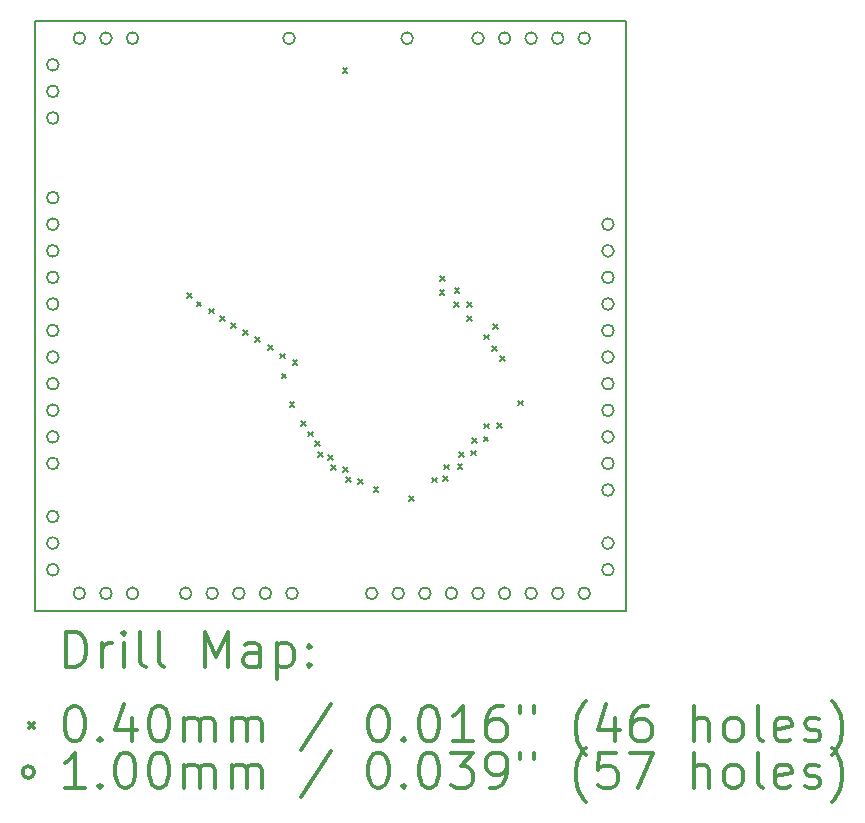
<source format=gbr>
%FSLAX45Y45*%
G04 Gerber Fmt 4.5, Leading zero omitted, Abs format (unit mm)*
G04 Created by KiCad (PCBNEW 4.0.1-stable) date Wednesday, September 21, 2016 'PMt' 10:39:58 PM*
%MOMM*%
G01*
G04 APERTURE LIST*
%ADD10C,0.127000*%
%ADD11C,0.150000*%
%ADD12C,0.200000*%
%ADD13C,0.300000*%
G04 APERTURE END LIST*
D10*
D11*
X15000000Y-4500000D02*
X10000000Y-4500000D01*
X15000000Y-9500000D02*
X15000000Y-4500000D01*
X10000000Y-9500000D02*
X15000000Y-9500000D01*
X10000000Y-4500000D02*
X10000000Y-9500000D01*
D12*
X11285000Y-6805315D02*
X11325000Y-6845315D01*
X11325000Y-6805315D02*
X11285000Y-6845315D01*
X11367500Y-6880000D02*
X11407500Y-6920000D01*
X11407500Y-6880000D02*
X11367500Y-6920000D01*
X11472500Y-6940000D02*
X11512500Y-6980000D01*
X11512500Y-6940000D02*
X11472500Y-6980000D01*
X11570000Y-7000000D02*
X11610000Y-7040000D01*
X11610000Y-7000000D02*
X11570000Y-7040000D01*
X11660000Y-7060000D02*
X11700000Y-7100000D01*
X11700000Y-7060000D02*
X11660000Y-7100000D01*
X11762500Y-7120000D02*
X11802500Y-7160000D01*
X11802500Y-7120000D02*
X11762500Y-7160000D01*
X11865000Y-7180000D02*
X11905000Y-7220000D01*
X11905000Y-7180000D02*
X11865000Y-7220000D01*
X11975000Y-7250000D02*
X12015000Y-7290000D01*
X12015000Y-7250000D02*
X11975000Y-7290000D01*
X12077500Y-7319551D02*
X12117500Y-7359551D01*
X12117500Y-7319551D02*
X12077500Y-7359551D01*
X12087500Y-7490000D02*
X12127500Y-7530000D01*
X12127500Y-7490000D02*
X12087500Y-7530000D01*
X12155000Y-7733208D02*
X12195000Y-7773208D01*
X12195000Y-7733208D02*
X12155000Y-7773208D01*
X12180000Y-7376119D02*
X12220000Y-7416119D01*
X12220000Y-7376119D02*
X12180000Y-7416119D01*
X12255000Y-7890000D02*
X12295000Y-7930000D01*
X12295000Y-7890000D02*
X12255000Y-7930000D01*
X12315000Y-7980000D02*
X12355000Y-8020000D01*
X12355000Y-7980000D02*
X12315000Y-8020000D01*
X12372500Y-8062226D02*
X12412500Y-8102226D01*
X12412500Y-8062226D02*
X12372500Y-8102226D01*
X12395000Y-8152500D02*
X12435000Y-8192500D01*
X12435000Y-8152500D02*
X12395000Y-8192500D01*
X12482500Y-8177500D02*
X12522500Y-8217500D01*
X12522500Y-8177500D02*
X12482500Y-8217500D01*
X12506637Y-8267500D02*
X12546637Y-8307500D01*
X12546637Y-8267500D02*
X12506637Y-8307500D01*
X12605000Y-4905000D02*
X12645000Y-4945000D01*
X12645000Y-4905000D02*
X12605000Y-4945000D01*
X12605000Y-4905000D02*
X12645000Y-4945000D01*
X12645000Y-4905000D02*
X12605000Y-4945000D01*
X12607500Y-8279774D02*
X12647500Y-8319774D01*
X12647500Y-8279774D02*
X12607500Y-8319774D01*
X12632911Y-8367500D02*
X12672911Y-8407500D01*
X12672911Y-8367500D02*
X12632911Y-8407500D01*
X12732500Y-8380048D02*
X12772500Y-8420048D01*
X12772500Y-8380048D02*
X12732500Y-8420048D01*
X12867500Y-8452500D02*
X12907500Y-8492500D01*
X12907500Y-8452500D02*
X12867500Y-8492500D01*
X13167208Y-8525000D02*
X13207208Y-8565000D01*
X13207208Y-8525000D02*
X13167208Y-8565000D01*
X13360000Y-8370000D02*
X13400000Y-8410000D01*
X13400000Y-8370000D02*
X13360000Y-8410000D01*
X13424952Y-6782500D02*
X13464952Y-6822500D01*
X13464952Y-6782500D02*
X13424952Y-6822500D01*
X13429315Y-6665000D02*
X13469315Y-6705000D01*
X13469315Y-6665000D02*
X13429315Y-6705000D01*
X13452416Y-8360000D02*
X13492416Y-8400000D01*
X13492416Y-8360000D02*
X13452416Y-8400000D01*
X13465553Y-8260000D02*
X13505553Y-8300000D01*
X13505553Y-8260000D02*
X13465553Y-8300000D01*
X13547500Y-6886226D02*
X13587500Y-6926226D01*
X13587500Y-6886226D02*
X13547500Y-6926226D01*
X13553089Y-6767500D02*
X13593089Y-6807500D01*
X13593089Y-6767500D02*
X13553089Y-6807500D01*
X13577500Y-8256637D02*
X13617500Y-8296637D01*
X13617500Y-8256637D02*
X13577500Y-8296637D01*
X13589000Y-8155000D02*
X13629000Y-8195000D01*
X13629000Y-8155000D02*
X13589000Y-8195000D01*
X13657500Y-7002500D02*
X13697500Y-7042500D01*
X13697500Y-7002500D02*
X13657500Y-7042500D01*
X13660000Y-6886863D02*
X13700000Y-6926863D01*
X13700000Y-6886863D02*
X13660000Y-6926863D01*
X13689637Y-8142500D02*
X13729637Y-8182500D01*
X13729637Y-8142500D02*
X13689637Y-8182500D01*
X13697774Y-8037500D02*
X13737774Y-8077500D01*
X13737774Y-8037500D02*
X13697774Y-8077500D01*
X13797500Y-8024089D02*
X13837500Y-8064089D01*
X13837500Y-8024089D02*
X13797500Y-8064089D01*
X13800000Y-7160000D02*
X13840000Y-7200000D01*
X13840000Y-7160000D02*
X13800000Y-7200000D01*
X13800000Y-7913452D02*
X13840000Y-7953452D01*
X13840000Y-7913452D02*
X13800000Y-7953452D01*
X13867500Y-7260000D02*
X13907500Y-7300000D01*
X13907500Y-7260000D02*
X13867500Y-7300000D01*
X13880000Y-7070000D02*
X13920000Y-7110000D01*
X13920000Y-7070000D02*
X13880000Y-7110000D01*
X13909685Y-7910000D02*
X13949685Y-7950000D01*
X13949685Y-7910000D02*
X13909685Y-7950000D01*
X13940000Y-7340000D02*
X13980000Y-7380000D01*
X13980000Y-7340000D02*
X13940000Y-7380000D01*
X14092500Y-7717500D02*
X14132500Y-7757500D01*
X14132500Y-7717500D02*
X14092500Y-7757500D01*
X10200000Y-4875000D02*
G75*
G03X10200000Y-4875000I-50000J0D01*
G01*
X10200000Y-5100000D02*
G75*
G03X10200000Y-5100000I-50000J0D01*
G01*
X10200000Y-5325000D02*
G75*
G03X10200000Y-5325000I-50000J0D01*
G01*
X10200000Y-6000000D02*
G75*
G03X10200000Y-6000000I-50000J0D01*
G01*
X10200000Y-6225000D02*
G75*
G03X10200000Y-6225000I-50000J0D01*
G01*
X10200000Y-6450000D02*
G75*
G03X10200000Y-6450000I-50000J0D01*
G01*
X10200000Y-6675000D02*
G75*
G03X10200000Y-6675000I-50000J0D01*
G01*
X10200000Y-6900000D02*
G75*
G03X10200000Y-6900000I-50000J0D01*
G01*
X10200000Y-7125000D02*
G75*
G03X10200000Y-7125000I-50000J0D01*
G01*
X10200000Y-7350000D02*
G75*
G03X10200000Y-7350000I-50000J0D01*
G01*
X10200000Y-7575000D02*
G75*
G03X10200000Y-7575000I-50000J0D01*
G01*
X10200000Y-7800000D02*
G75*
G03X10200000Y-7800000I-50000J0D01*
G01*
X10200000Y-8025000D02*
G75*
G03X10200000Y-8025000I-50000J0D01*
G01*
X10200000Y-8250000D02*
G75*
G03X10200000Y-8250000I-50000J0D01*
G01*
X10200000Y-8700000D02*
G75*
G03X10200000Y-8700000I-50000J0D01*
G01*
X10200000Y-8925000D02*
G75*
G03X10200000Y-8925000I-50000J0D01*
G01*
X10200000Y-9150000D02*
G75*
G03X10200000Y-9150000I-50000J0D01*
G01*
X10425000Y-4650000D02*
G75*
G03X10425000Y-4650000I-50000J0D01*
G01*
X10425000Y-9350000D02*
G75*
G03X10425000Y-9350000I-50000J0D01*
G01*
X10650000Y-4650000D02*
G75*
G03X10650000Y-4650000I-50000J0D01*
G01*
X10650000Y-9350000D02*
G75*
G03X10650000Y-9350000I-50000J0D01*
G01*
X10875000Y-4650000D02*
G75*
G03X10875000Y-4650000I-50000J0D01*
G01*
X10875000Y-9350000D02*
G75*
G03X10875000Y-9350000I-50000J0D01*
G01*
X11325000Y-9350000D02*
G75*
G03X11325000Y-9350000I-50000J0D01*
G01*
X11550000Y-9350000D02*
G75*
G03X11550000Y-9350000I-50000J0D01*
G01*
X11775000Y-9350000D02*
G75*
G03X11775000Y-9350000I-50000J0D01*
G01*
X12000000Y-9350000D02*
G75*
G03X12000000Y-9350000I-50000J0D01*
G01*
X12200000Y-4650000D02*
G75*
G03X12200000Y-4650000I-50000J0D01*
G01*
X12225000Y-9350000D02*
G75*
G03X12225000Y-9350000I-50000J0D01*
G01*
X12900000Y-9350000D02*
G75*
G03X12900000Y-9350000I-50000J0D01*
G01*
X13125000Y-9350000D02*
G75*
G03X13125000Y-9350000I-50000J0D01*
G01*
X13200000Y-4650000D02*
G75*
G03X13200000Y-4650000I-50000J0D01*
G01*
X13350000Y-9350000D02*
G75*
G03X13350000Y-9350000I-50000J0D01*
G01*
X13575000Y-9350000D02*
G75*
G03X13575000Y-9350000I-50000J0D01*
G01*
X13800000Y-4650000D02*
G75*
G03X13800000Y-4650000I-50000J0D01*
G01*
X13800000Y-9350000D02*
G75*
G03X13800000Y-9350000I-50000J0D01*
G01*
X14025000Y-4650000D02*
G75*
G03X14025000Y-4650000I-50000J0D01*
G01*
X14025000Y-9350000D02*
G75*
G03X14025000Y-9350000I-50000J0D01*
G01*
X14250000Y-4650000D02*
G75*
G03X14250000Y-4650000I-50000J0D01*
G01*
X14250000Y-9350000D02*
G75*
G03X14250000Y-9350000I-50000J0D01*
G01*
X14475000Y-4650000D02*
G75*
G03X14475000Y-4650000I-50000J0D01*
G01*
X14475000Y-9350000D02*
G75*
G03X14475000Y-9350000I-50000J0D01*
G01*
X14700000Y-4650000D02*
G75*
G03X14700000Y-4650000I-50000J0D01*
G01*
X14700000Y-9350000D02*
G75*
G03X14700000Y-9350000I-50000J0D01*
G01*
X14900000Y-6225000D02*
G75*
G03X14900000Y-6225000I-50000J0D01*
G01*
X14900000Y-6450000D02*
G75*
G03X14900000Y-6450000I-50000J0D01*
G01*
X14900000Y-6675000D02*
G75*
G03X14900000Y-6675000I-50000J0D01*
G01*
X14900000Y-6900000D02*
G75*
G03X14900000Y-6900000I-50000J0D01*
G01*
X14900000Y-7125000D02*
G75*
G03X14900000Y-7125000I-50000J0D01*
G01*
X14900000Y-7350000D02*
G75*
G03X14900000Y-7350000I-50000J0D01*
G01*
X14900000Y-7575000D02*
G75*
G03X14900000Y-7575000I-50000J0D01*
G01*
X14900000Y-7800000D02*
G75*
G03X14900000Y-7800000I-50000J0D01*
G01*
X14900000Y-8025000D02*
G75*
G03X14900000Y-8025000I-50000J0D01*
G01*
X14900000Y-8250000D02*
G75*
G03X14900000Y-8250000I-50000J0D01*
G01*
X14900000Y-8475000D02*
G75*
G03X14900000Y-8475000I-50000J0D01*
G01*
X14900000Y-8925000D02*
G75*
G03X14900000Y-8925000I-50000J0D01*
G01*
X14900000Y-9150000D02*
G75*
G03X14900000Y-9150000I-50000J0D01*
G01*
D13*
X10263929Y-9973214D02*
X10263929Y-9673214D01*
X10335357Y-9673214D01*
X10378214Y-9687500D01*
X10406786Y-9716072D01*
X10421071Y-9744643D01*
X10435357Y-9801786D01*
X10435357Y-9844643D01*
X10421071Y-9901786D01*
X10406786Y-9930357D01*
X10378214Y-9958929D01*
X10335357Y-9973214D01*
X10263929Y-9973214D01*
X10563929Y-9973214D02*
X10563929Y-9773214D01*
X10563929Y-9830357D02*
X10578214Y-9801786D01*
X10592500Y-9787500D01*
X10621071Y-9773214D01*
X10649643Y-9773214D01*
X10749643Y-9973214D02*
X10749643Y-9773214D01*
X10749643Y-9673214D02*
X10735357Y-9687500D01*
X10749643Y-9701786D01*
X10763929Y-9687500D01*
X10749643Y-9673214D01*
X10749643Y-9701786D01*
X10935357Y-9973214D02*
X10906786Y-9958929D01*
X10892500Y-9930357D01*
X10892500Y-9673214D01*
X11092500Y-9973214D02*
X11063929Y-9958929D01*
X11049643Y-9930357D01*
X11049643Y-9673214D01*
X11435357Y-9973214D02*
X11435357Y-9673214D01*
X11535357Y-9887500D01*
X11635357Y-9673214D01*
X11635357Y-9973214D01*
X11906786Y-9973214D02*
X11906786Y-9816072D01*
X11892500Y-9787500D01*
X11863928Y-9773214D01*
X11806786Y-9773214D01*
X11778214Y-9787500D01*
X11906786Y-9958929D02*
X11878214Y-9973214D01*
X11806786Y-9973214D01*
X11778214Y-9958929D01*
X11763928Y-9930357D01*
X11763928Y-9901786D01*
X11778214Y-9873214D01*
X11806786Y-9858929D01*
X11878214Y-9858929D01*
X11906786Y-9844643D01*
X12049643Y-9773214D02*
X12049643Y-10073214D01*
X12049643Y-9787500D02*
X12078214Y-9773214D01*
X12135357Y-9773214D01*
X12163928Y-9787500D01*
X12178214Y-9801786D01*
X12192500Y-9830357D01*
X12192500Y-9916072D01*
X12178214Y-9944643D01*
X12163928Y-9958929D01*
X12135357Y-9973214D01*
X12078214Y-9973214D01*
X12049643Y-9958929D01*
X12321071Y-9944643D02*
X12335357Y-9958929D01*
X12321071Y-9973214D01*
X12306786Y-9958929D01*
X12321071Y-9944643D01*
X12321071Y-9973214D01*
X12321071Y-9787500D02*
X12335357Y-9801786D01*
X12321071Y-9816072D01*
X12306786Y-9801786D01*
X12321071Y-9787500D01*
X12321071Y-9816072D01*
X9952500Y-10447500D02*
X9992500Y-10487500D01*
X9992500Y-10447500D02*
X9952500Y-10487500D01*
X10321071Y-10303214D02*
X10349643Y-10303214D01*
X10378214Y-10317500D01*
X10392500Y-10331786D01*
X10406786Y-10360357D01*
X10421071Y-10417500D01*
X10421071Y-10488929D01*
X10406786Y-10546072D01*
X10392500Y-10574643D01*
X10378214Y-10588929D01*
X10349643Y-10603214D01*
X10321071Y-10603214D01*
X10292500Y-10588929D01*
X10278214Y-10574643D01*
X10263929Y-10546072D01*
X10249643Y-10488929D01*
X10249643Y-10417500D01*
X10263929Y-10360357D01*
X10278214Y-10331786D01*
X10292500Y-10317500D01*
X10321071Y-10303214D01*
X10549643Y-10574643D02*
X10563929Y-10588929D01*
X10549643Y-10603214D01*
X10535357Y-10588929D01*
X10549643Y-10574643D01*
X10549643Y-10603214D01*
X10821071Y-10403214D02*
X10821071Y-10603214D01*
X10749643Y-10288929D02*
X10678214Y-10503214D01*
X10863928Y-10503214D01*
X11035357Y-10303214D02*
X11063929Y-10303214D01*
X11092500Y-10317500D01*
X11106786Y-10331786D01*
X11121071Y-10360357D01*
X11135357Y-10417500D01*
X11135357Y-10488929D01*
X11121071Y-10546072D01*
X11106786Y-10574643D01*
X11092500Y-10588929D01*
X11063929Y-10603214D01*
X11035357Y-10603214D01*
X11006786Y-10588929D01*
X10992500Y-10574643D01*
X10978214Y-10546072D01*
X10963929Y-10488929D01*
X10963929Y-10417500D01*
X10978214Y-10360357D01*
X10992500Y-10331786D01*
X11006786Y-10317500D01*
X11035357Y-10303214D01*
X11263928Y-10603214D02*
X11263928Y-10403214D01*
X11263928Y-10431786D02*
X11278214Y-10417500D01*
X11306786Y-10403214D01*
X11349643Y-10403214D01*
X11378214Y-10417500D01*
X11392500Y-10446072D01*
X11392500Y-10603214D01*
X11392500Y-10446072D02*
X11406786Y-10417500D01*
X11435357Y-10403214D01*
X11478214Y-10403214D01*
X11506786Y-10417500D01*
X11521071Y-10446072D01*
X11521071Y-10603214D01*
X11663928Y-10603214D02*
X11663928Y-10403214D01*
X11663928Y-10431786D02*
X11678214Y-10417500D01*
X11706786Y-10403214D01*
X11749643Y-10403214D01*
X11778214Y-10417500D01*
X11792500Y-10446072D01*
X11792500Y-10603214D01*
X11792500Y-10446072D02*
X11806786Y-10417500D01*
X11835357Y-10403214D01*
X11878214Y-10403214D01*
X11906786Y-10417500D01*
X11921071Y-10446072D01*
X11921071Y-10603214D01*
X12506786Y-10288929D02*
X12249643Y-10674643D01*
X12892500Y-10303214D02*
X12921071Y-10303214D01*
X12949643Y-10317500D01*
X12963928Y-10331786D01*
X12978214Y-10360357D01*
X12992500Y-10417500D01*
X12992500Y-10488929D01*
X12978214Y-10546072D01*
X12963928Y-10574643D01*
X12949643Y-10588929D01*
X12921071Y-10603214D01*
X12892500Y-10603214D01*
X12863928Y-10588929D01*
X12849643Y-10574643D01*
X12835357Y-10546072D01*
X12821071Y-10488929D01*
X12821071Y-10417500D01*
X12835357Y-10360357D01*
X12849643Y-10331786D01*
X12863928Y-10317500D01*
X12892500Y-10303214D01*
X13121071Y-10574643D02*
X13135357Y-10588929D01*
X13121071Y-10603214D01*
X13106786Y-10588929D01*
X13121071Y-10574643D01*
X13121071Y-10603214D01*
X13321071Y-10303214D02*
X13349643Y-10303214D01*
X13378214Y-10317500D01*
X13392500Y-10331786D01*
X13406785Y-10360357D01*
X13421071Y-10417500D01*
X13421071Y-10488929D01*
X13406785Y-10546072D01*
X13392500Y-10574643D01*
X13378214Y-10588929D01*
X13349643Y-10603214D01*
X13321071Y-10603214D01*
X13292500Y-10588929D01*
X13278214Y-10574643D01*
X13263928Y-10546072D01*
X13249643Y-10488929D01*
X13249643Y-10417500D01*
X13263928Y-10360357D01*
X13278214Y-10331786D01*
X13292500Y-10317500D01*
X13321071Y-10303214D01*
X13706785Y-10603214D02*
X13535357Y-10603214D01*
X13621071Y-10603214D02*
X13621071Y-10303214D01*
X13592500Y-10346072D01*
X13563928Y-10374643D01*
X13535357Y-10388929D01*
X13963928Y-10303214D02*
X13906785Y-10303214D01*
X13878214Y-10317500D01*
X13863928Y-10331786D01*
X13835357Y-10374643D01*
X13821071Y-10431786D01*
X13821071Y-10546072D01*
X13835357Y-10574643D01*
X13849643Y-10588929D01*
X13878214Y-10603214D01*
X13935357Y-10603214D01*
X13963928Y-10588929D01*
X13978214Y-10574643D01*
X13992500Y-10546072D01*
X13992500Y-10474643D01*
X13978214Y-10446072D01*
X13963928Y-10431786D01*
X13935357Y-10417500D01*
X13878214Y-10417500D01*
X13849643Y-10431786D01*
X13835357Y-10446072D01*
X13821071Y-10474643D01*
X14106786Y-10303214D02*
X14106786Y-10360357D01*
X14221071Y-10303214D02*
X14221071Y-10360357D01*
X14663928Y-10717500D02*
X14649643Y-10703214D01*
X14621071Y-10660357D01*
X14606785Y-10631786D01*
X14592500Y-10588929D01*
X14578214Y-10517500D01*
X14578214Y-10460357D01*
X14592500Y-10388929D01*
X14606785Y-10346072D01*
X14621071Y-10317500D01*
X14649643Y-10274643D01*
X14663928Y-10260357D01*
X14906785Y-10403214D02*
X14906785Y-10603214D01*
X14835357Y-10288929D02*
X14763928Y-10503214D01*
X14949643Y-10503214D01*
X15192500Y-10303214D02*
X15135357Y-10303214D01*
X15106785Y-10317500D01*
X15092500Y-10331786D01*
X15063928Y-10374643D01*
X15049643Y-10431786D01*
X15049643Y-10546072D01*
X15063928Y-10574643D01*
X15078214Y-10588929D01*
X15106785Y-10603214D01*
X15163928Y-10603214D01*
X15192500Y-10588929D01*
X15206785Y-10574643D01*
X15221071Y-10546072D01*
X15221071Y-10474643D01*
X15206785Y-10446072D01*
X15192500Y-10431786D01*
X15163928Y-10417500D01*
X15106785Y-10417500D01*
X15078214Y-10431786D01*
X15063928Y-10446072D01*
X15049643Y-10474643D01*
X15578214Y-10603214D02*
X15578214Y-10303214D01*
X15706785Y-10603214D02*
X15706785Y-10446072D01*
X15692500Y-10417500D01*
X15663928Y-10403214D01*
X15621071Y-10403214D01*
X15592500Y-10417500D01*
X15578214Y-10431786D01*
X15892500Y-10603214D02*
X15863928Y-10588929D01*
X15849643Y-10574643D01*
X15835357Y-10546072D01*
X15835357Y-10460357D01*
X15849643Y-10431786D01*
X15863928Y-10417500D01*
X15892500Y-10403214D01*
X15935357Y-10403214D01*
X15963928Y-10417500D01*
X15978214Y-10431786D01*
X15992500Y-10460357D01*
X15992500Y-10546072D01*
X15978214Y-10574643D01*
X15963928Y-10588929D01*
X15935357Y-10603214D01*
X15892500Y-10603214D01*
X16163928Y-10603214D02*
X16135357Y-10588929D01*
X16121071Y-10560357D01*
X16121071Y-10303214D01*
X16392500Y-10588929D02*
X16363928Y-10603214D01*
X16306786Y-10603214D01*
X16278214Y-10588929D01*
X16263928Y-10560357D01*
X16263928Y-10446072D01*
X16278214Y-10417500D01*
X16306786Y-10403214D01*
X16363928Y-10403214D01*
X16392500Y-10417500D01*
X16406786Y-10446072D01*
X16406786Y-10474643D01*
X16263928Y-10503214D01*
X16521071Y-10588929D02*
X16549643Y-10603214D01*
X16606786Y-10603214D01*
X16635357Y-10588929D01*
X16649643Y-10560357D01*
X16649643Y-10546072D01*
X16635357Y-10517500D01*
X16606786Y-10503214D01*
X16563928Y-10503214D01*
X16535357Y-10488929D01*
X16521071Y-10460357D01*
X16521071Y-10446072D01*
X16535357Y-10417500D01*
X16563928Y-10403214D01*
X16606786Y-10403214D01*
X16635357Y-10417500D01*
X16749643Y-10717500D02*
X16763928Y-10703214D01*
X16792500Y-10660357D01*
X16806786Y-10631786D01*
X16821071Y-10588929D01*
X16835357Y-10517500D01*
X16835357Y-10460357D01*
X16821071Y-10388929D01*
X16806786Y-10346072D01*
X16792500Y-10317500D01*
X16763928Y-10274643D01*
X16749643Y-10260357D01*
X9992500Y-10863500D02*
G75*
G03X9992500Y-10863500I-50000J0D01*
G01*
X10421071Y-10999214D02*
X10249643Y-10999214D01*
X10335357Y-10999214D02*
X10335357Y-10699214D01*
X10306786Y-10742072D01*
X10278214Y-10770643D01*
X10249643Y-10784929D01*
X10549643Y-10970643D02*
X10563929Y-10984929D01*
X10549643Y-10999214D01*
X10535357Y-10984929D01*
X10549643Y-10970643D01*
X10549643Y-10999214D01*
X10749643Y-10699214D02*
X10778214Y-10699214D01*
X10806786Y-10713500D01*
X10821071Y-10727786D01*
X10835357Y-10756357D01*
X10849643Y-10813500D01*
X10849643Y-10884929D01*
X10835357Y-10942072D01*
X10821071Y-10970643D01*
X10806786Y-10984929D01*
X10778214Y-10999214D01*
X10749643Y-10999214D01*
X10721071Y-10984929D01*
X10706786Y-10970643D01*
X10692500Y-10942072D01*
X10678214Y-10884929D01*
X10678214Y-10813500D01*
X10692500Y-10756357D01*
X10706786Y-10727786D01*
X10721071Y-10713500D01*
X10749643Y-10699214D01*
X11035357Y-10699214D02*
X11063929Y-10699214D01*
X11092500Y-10713500D01*
X11106786Y-10727786D01*
X11121071Y-10756357D01*
X11135357Y-10813500D01*
X11135357Y-10884929D01*
X11121071Y-10942072D01*
X11106786Y-10970643D01*
X11092500Y-10984929D01*
X11063929Y-10999214D01*
X11035357Y-10999214D01*
X11006786Y-10984929D01*
X10992500Y-10970643D01*
X10978214Y-10942072D01*
X10963929Y-10884929D01*
X10963929Y-10813500D01*
X10978214Y-10756357D01*
X10992500Y-10727786D01*
X11006786Y-10713500D01*
X11035357Y-10699214D01*
X11263928Y-10999214D02*
X11263928Y-10799214D01*
X11263928Y-10827786D02*
X11278214Y-10813500D01*
X11306786Y-10799214D01*
X11349643Y-10799214D01*
X11378214Y-10813500D01*
X11392500Y-10842072D01*
X11392500Y-10999214D01*
X11392500Y-10842072D02*
X11406786Y-10813500D01*
X11435357Y-10799214D01*
X11478214Y-10799214D01*
X11506786Y-10813500D01*
X11521071Y-10842072D01*
X11521071Y-10999214D01*
X11663928Y-10999214D02*
X11663928Y-10799214D01*
X11663928Y-10827786D02*
X11678214Y-10813500D01*
X11706786Y-10799214D01*
X11749643Y-10799214D01*
X11778214Y-10813500D01*
X11792500Y-10842072D01*
X11792500Y-10999214D01*
X11792500Y-10842072D02*
X11806786Y-10813500D01*
X11835357Y-10799214D01*
X11878214Y-10799214D01*
X11906786Y-10813500D01*
X11921071Y-10842072D01*
X11921071Y-10999214D01*
X12506786Y-10684929D02*
X12249643Y-11070643D01*
X12892500Y-10699214D02*
X12921071Y-10699214D01*
X12949643Y-10713500D01*
X12963928Y-10727786D01*
X12978214Y-10756357D01*
X12992500Y-10813500D01*
X12992500Y-10884929D01*
X12978214Y-10942072D01*
X12963928Y-10970643D01*
X12949643Y-10984929D01*
X12921071Y-10999214D01*
X12892500Y-10999214D01*
X12863928Y-10984929D01*
X12849643Y-10970643D01*
X12835357Y-10942072D01*
X12821071Y-10884929D01*
X12821071Y-10813500D01*
X12835357Y-10756357D01*
X12849643Y-10727786D01*
X12863928Y-10713500D01*
X12892500Y-10699214D01*
X13121071Y-10970643D02*
X13135357Y-10984929D01*
X13121071Y-10999214D01*
X13106786Y-10984929D01*
X13121071Y-10970643D01*
X13121071Y-10999214D01*
X13321071Y-10699214D02*
X13349643Y-10699214D01*
X13378214Y-10713500D01*
X13392500Y-10727786D01*
X13406785Y-10756357D01*
X13421071Y-10813500D01*
X13421071Y-10884929D01*
X13406785Y-10942072D01*
X13392500Y-10970643D01*
X13378214Y-10984929D01*
X13349643Y-10999214D01*
X13321071Y-10999214D01*
X13292500Y-10984929D01*
X13278214Y-10970643D01*
X13263928Y-10942072D01*
X13249643Y-10884929D01*
X13249643Y-10813500D01*
X13263928Y-10756357D01*
X13278214Y-10727786D01*
X13292500Y-10713500D01*
X13321071Y-10699214D01*
X13521071Y-10699214D02*
X13706785Y-10699214D01*
X13606785Y-10813500D01*
X13649643Y-10813500D01*
X13678214Y-10827786D01*
X13692500Y-10842072D01*
X13706785Y-10870643D01*
X13706785Y-10942072D01*
X13692500Y-10970643D01*
X13678214Y-10984929D01*
X13649643Y-10999214D01*
X13563928Y-10999214D01*
X13535357Y-10984929D01*
X13521071Y-10970643D01*
X13849643Y-10999214D02*
X13906785Y-10999214D01*
X13935357Y-10984929D01*
X13949643Y-10970643D01*
X13978214Y-10927786D01*
X13992500Y-10870643D01*
X13992500Y-10756357D01*
X13978214Y-10727786D01*
X13963928Y-10713500D01*
X13935357Y-10699214D01*
X13878214Y-10699214D01*
X13849643Y-10713500D01*
X13835357Y-10727786D01*
X13821071Y-10756357D01*
X13821071Y-10827786D01*
X13835357Y-10856357D01*
X13849643Y-10870643D01*
X13878214Y-10884929D01*
X13935357Y-10884929D01*
X13963928Y-10870643D01*
X13978214Y-10856357D01*
X13992500Y-10827786D01*
X14106786Y-10699214D02*
X14106786Y-10756357D01*
X14221071Y-10699214D02*
X14221071Y-10756357D01*
X14663928Y-11113500D02*
X14649643Y-11099214D01*
X14621071Y-11056357D01*
X14606785Y-11027786D01*
X14592500Y-10984929D01*
X14578214Y-10913500D01*
X14578214Y-10856357D01*
X14592500Y-10784929D01*
X14606785Y-10742072D01*
X14621071Y-10713500D01*
X14649643Y-10670643D01*
X14663928Y-10656357D01*
X14921071Y-10699214D02*
X14778214Y-10699214D01*
X14763928Y-10842072D01*
X14778214Y-10827786D01*
X14806785Y-10813500D01*
X14878214Y-10813500D01*
X14906785Y-10827786D01*
X14921071Y-10842072D01*
X14935357Y-10870643D01*
X14935357Y-10942072D01*
X14921071Y-10970643D01*
X14906785Y-10984929D01*
X14878214Y-10999214D01*
X14806785Y-10999214D01*
X14778214Y-10984929D01*
X14763928Y-10970643D01*
X15035357Y-10699214D02*
X15235357Y-10699214D01*
X15106785Y-10999214D01*
X15578214Y-10999214D02*
X15578214Y-10699214D01*
X15706785Y-10999214D02*
X15706785Y-10842072D01*
X15692500Y-10813500D01*
X15663928Y-10799214D01*
X15621071Y-10799214D01*
X15592500Y-10813500D01*
X15578214Y-10827786D01*
X15892500Y-10999214D02*
X15863928Y-10984929D01*
X15849643Y-10970643D01*
X15835357Y-10942072D01*
X15835357Y-10856357D01*
X15849643Y-10827786D01*
X15863928Y-10813500D01*
X15892500Y-10799214D01*
X15935357Y-10799214D01*
X15963928Y-10813500D01*
X15978214Y-10827786D01*
X15992500Y-10856357D01*
X15992500Y-10942072D01*
X15978214Y-10970643D01*
X15963928Y-10984929D01*
X15935357Y-10999214D01*
X15892500Y-10999214D01*
X16163928Y-10999214D02*
X16135357Y-10984929D01*
X16121071Y-10956357D01*
X16121071Y-10699214D01*
X16392500Y-10984929D02*
X16363928Y-10999214D01*
X16306786Y-10999214D01*
X16278214Y-10984929D01*
X16263928Y-10956357D01*
X16263928Y-10842072D01*
X16278214Y-10813500D01*
X16306786Y-10799214D01*
X16363928Y-10799214D01*
X16392500Y-10813500D01*
X16406786Y-10842072D01*
X16406786Y-10870643D01*
X16263928Y-10899214D01*
X16521071Y-10984929D02*
X16549643Y-10999214D01*
X16606786Y-10999214D01*
X16635357Y-10984929D01*
X16649643Y-10956357D01*
X16649643Y-10942072D01*
X16635357Y-10913500D01*
X16606786Y-10899214D01*
X16563928Y-10899214D01*
X16535357Y-10884929D01*
X16521071Y-10856357D01*
X16521071Y-10842072D01*
X16535357Y-10813500D01*
X16563928Y-10799214D01*
X16606786Y-10799214D01*
X16635357Y-10813500D01*
X16749643Y-11113500D02*
X16763928Y-11099214D01*
X16792500Y-11056357D01*
X16806786Y-11027786D01*
X16821071Y-10984929D01*
X16835357Y-10913500D01*
X16835357Y-10856357D01*
X16821071Y-10784929D01*
X16806786Y-10742072D01*
X16792500Y-10713500D01*
X16763928Y-10670643D01*
X16749643Y-10656357D01*
M02*

</source>
